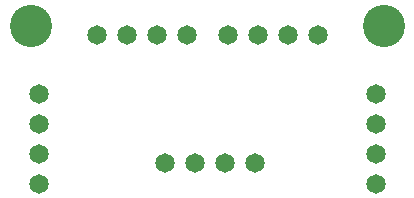
<source format=gbs>
G75*
%MOIN*%
%OFA0B0*%
%FSLAX25Y25*%
%IPPOS*%
%LPD*%
%AMOC8*
5,1,8,0,0,1.08239X$1,22.5*
%
%ADD10C,0.14083*%
%ADD11C,0.06500*%
D10*
X0011545Y0065891D03*
X0129045Y0065891D03*
D11*
X0014045Y0013391D03*
X0014045Y0023391D03*
X0014045Y0033391D03*
X0014045Y0043391D03*
X0033545Y0062891D03*
X0043545Y0062891D03*
X0053545Y0062891D03*
X0063545Y0062891D03*
X0077045Y0062891D03*
X0087045Y0062891D03*
X0097045Y0062891D03*
X0107045Y0062891D03*
X0126545Y0043391D03*
X0126545Y0033391D03*
X0126545Y0023391D03*
X0126545Y0013391D03*
X0086045Y0020391D03*
X0076045Y0020391D03*
X0066045Y0020391D03*
X0056045Y0020391D03*
M02*

</source>
